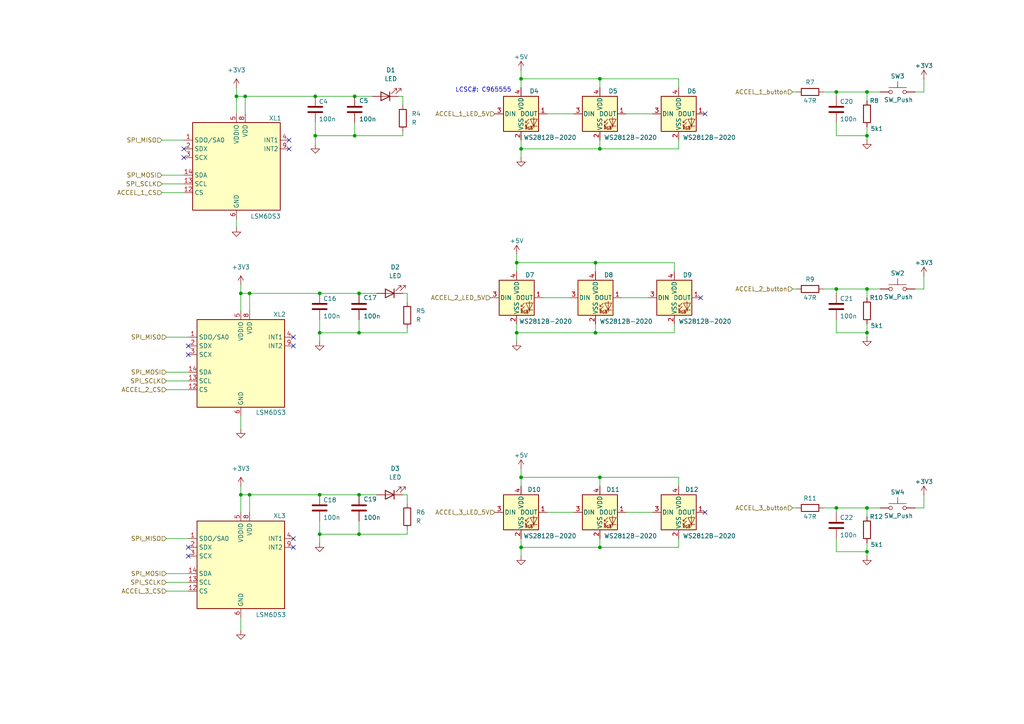
<source format=kicad_sch>
(kicad_sch (version 20231120) (generator "eeschema") (generator_version "8.0")
  (paper "A4")
  (lib_symbols
    (symbol "Device:C" (pin_numbers hide) (pin_names (offset 0.254))
      (property "Reference" "C" (at 0.635 2.54 0))
      (property "Value" "C" (at 0.635 -2.54 0))
      (symbol "C_0_1"
        (polyline (pts (xy -2.032 -0.762) (xy 2.032 -0.762)) (stroke (width 0.508)))
        (polyline (pts (xy -2.032 0.762) (xy 2.032 0.762)) (stroke (width 0.508)))
      )
      (symbol "C_1_1"
        (pin passive line (at 0 3.81 270) (length 2.794) (name "~") (number "1"))
        (pin passive line (at 0 -3.81 90) (length 2.794) (name "~") (number "2"))
      )
    )
    (symbol "Device:LED" (pin_numbers hide) (pin_names (offset 1.016) hide)
      (property "Reference" "D" (at 0 2.54 0))
      (property "Value" "LED" (at 0 -2.54 0))
      (symbol "LED_0_1"
        (polyline (pts (xy -1.27 -1.27) (xy -1.27 1.27)) (stroke (width 0.254)))
        (polyline (pts (xy -1.27 0) (xy 1.27 0)))
        (polyline (pts (xy 1.27 -1.27) (xy 1.27 1.27) (xy -1.27 0) (xy 1.27 -1.27)) (stroke (width 0.254)))
        (polyline (pts (xy -3.048 -0.762) (xy -4.572 -2.286) (xy -3.81 -2.286) (xy -4.572 -2.286) (xy -4.572 -1.524)))
        (polyline (pts (xy -1.778 -0.762) (xy -3.302 -2.286) (xy -2.54 -2.286) (xy -3.302 -2.286) (xy -3.302 -1.524)))
      )
      (symbol "LED_1_1"
        (pin passive line (at -3.81 0 0) (length 2.54) (name "K") (number "1"))
        (pin passive line (at 3.81 0 180) (length 2.54) (name "A") (number "2"))
      )
    )
    (symbol "Device:R" (pin_numbers hide) (pin_names (offset 0))
      (property "Reference" "R" (at 2.032 0 90))
      (property "Value" "R" (at 0 0 90))
      (symbol "R_0_1"
        (rectangle (start -1.016 -2.54) (end 1.016 2.54) (stroke (width 0.254)))
      )
      (symbol "R_1_1"
        (pin passive line (at 0 3.81 270) (length 1.27) (name "~") (number "1"))
        (pin passive line (at 0 -3.81 90) (length 1.27) (name "~") (number "2"))
      )
    )
    (symbol "LED:WS2812B-2020" (pin_names (offset 0.254))
      (property "Reference" "D" (at 5.08 5.715 0))
      (property "Value" "WS2812B-2020" (at 1.27 -5.715 0))
      (symbol "WS2812B-2020_0_0"
        (text "RGB" (at 2.286 -4.191 0) (effects (font (size 0.762 0.762))))
      )
      (symbol "WS2812B-2020_0_1"
        (polyline (pts (xy 1.27 -3.556) (xy 1.778 -3.556)))
        (polyline (pts (xy 1.27 -2.54) (xy 1.778 -2.54)))
        (polyline (pts (xy 4.699 -3.556) (xy 2.667 -3.556)))
        (polyline (pts (xy 2.286 -2.54) (xy 1.27 -3.556) (xy 1.27 -3.048)))
        (polyline (pts (xy 2.286 -1.524) (xy 1.27 -2.54) (xy 1.27 -2.032)))
        (polyline (pts (xy 3.683 -1.016) (xy 3.683 -3.556) (xy 3.683 -4.064)))
        (polyline (pts (xy 4.699 -1.524) (xy 2.667 -1.524) (xy 3.683 -3.556) (xy 4.699 -1.524)))
        (rectangle (start 5.08 5.08) (end -5.08 -5.08) (stroke (width 0.254)) (fill (type background)))
      )
      (symbol "WS2812B-2020_1_1"
        (pin output line (at 7.62 0 180) (length 2.54) (name "DOUT") (number "1"))
        (pin power_in line (at 0 -7.62 90) (length 2.54) (name "VSS") (number "2"))
        (pin input line (at -7.62 0 0) (length 2.54) (name "DIN") (number "3"))
        (pin power_in line (at 0 7.62 270) (length 2.54) (name "VDD") (number "4"))
      )
    )
    (symbol "Sensor_Motion:LSM6DS3"
      (property "Reference" "U" (at -11.43 15.24 0))
      (property "Value" "LSM6DS3" (at -11.43 12.7 0))
      (symbol "LSM6DS3_0_1"
        (rectangle (start -12.7 12.7) (end 12.7 -12.7) (stroke (width 0.254)) (fill (type background)))
      )
      (symbol "LSM6DS3_1_1"
        (pin bidirectional line (at -15.24 7.62 0) (length 2.54) (name "SDO/SA0") (number "1"))
        (pin no_connect line (at 12.7 -5.08 180) (length 3.81) hide (name "NC") (number "10"))
        (pin no_connect line (at 12.7 -2.54 180) (length 3.81) hide (name "NC") (number "11"))
        (pin input line (at -15.24 -7.62 0) (length 2.54) (name "CS") (number "12"))
        (pin input line (at -15.24 -5.08 0) (length 2.54) (name "SCL") (number "13"))
        (pin bidirectional line (at -15.24 -2.54 0) (length 2.54) (name "SDA") (number "14"))
        (pin bidirectional line (at -15.24 5.08 0) (length 2.54) (name "SDX") (number "2"))
        (pin input line (at -15.24 2.54 0) (length 2.54) (name "SCX") (number "3"))
        (pin output line (at 15.24 7.62 180) (length 2.54) (name "INT1") (number "4"))
        (pin power_in line (at 0 15.24 270) (length 2.54) (name "VDDIO") (number "5"))
        (pin power_in line (at 0 -15.24 90) (length 2.54) (name "GND") (number "6"))
        (pin passive line (at 0 -15.24 90) (length 2.54) hide (name "GND") (number "7"))
        (pin power_in line (at 2.54 15.24 270) (length 2.54) (name "VDD") (number "8"))
        (pin output line (at 15.24 5.08 180) (length 2.54) (name "INT2") (number "9"))
      )
    )
    (symbol "Switch:SW_Push" (pin_numbers hide) (pin_names (offset 1.016) hide)
      (property "Reference" "SW" (at 1.27 2.54 0))
      (property "Value" "SW_Push" (at 0 -1.524 0))
      (symbol "SW_Push_0_1"
        (circle (center -2.032 0) (radius 0.508))
        (polyline (pts (xy 0 1.27) (xy 0 3.048)))
        (polyline (pts (xy 2.54 1.27) (xy -2.54 1.27)))
        (circle (center 2.032 0) (radius 0.508))
        (pin passive line (at -5.08 0 0) (length 2.54) (name "1") (number "1"))
        (pin passive line (at 5.08 0 180) (length 2.54) (name "2") (number "2"))
      )
    )
    (symbol "power:+3V3" (power) (pin_numbers hide) (pin_names (offset 0) hide)
      (property "Value" "+3V3" (at 0 3.556 0))
      (symbol "+3V3_0_1"
        (polyline (pts (xy -0.762 1.27) (xy 0 2.54)))
        (polyline (pts (xy 0 0) (xy 0 2.54)))
        (polyline (pts (xy 0 2.54) (xy 0.762 1.27)))
      )
      (symbol "+3V3_1_1"
        (pin power_in line (at 0 0 90) (length 0) (name "~") (number "1"))
      )
    )
    (symbol "power:+5V" (power) (pin_numbers hide) (pin_names (offset 0) hide)
      (property "Value" "+5V" (at 0 3.556 0))
      (symbol "+5V_0_1"
        (polyline (pts (xy -0.762 1.27) (xy 0 2.54)))
        (polyline (pts (xy 0 0) (xy 0 2.54)))
        (polyline (pts (xy 0 2.54) (xy 0.762 1.27)))
      )
      (symbol "+5V_1_1"
        (pin power_in line (at 0 0 90) (length 0) (name "~") (number "1"))
      )
    )
    (symbol "power:GND" (power) (pin_numbers hide) (pin_names (offset 0) hide)
      (property "Value" "GND" (at 0 -3.81 0))
      (symbol "GND_0_1"
        (polyline (pts (xy 0 0) (xy 0 -1.27) (xy 1.27 -1.27) (xy 0 -2.54) (xy -1.27 -1.27) (xy 0 -1.27)))
      )
      (symbol "GND_1_1"
        (pin power_in line (at 0 0 270) (length 0) (name "~") (number "1"))
      )
    )
  )
  (junction (at 104.14 143.51))
  (junction (at 173.99 43.18))
  (junction (at 149.86 96.52))
  (junction (at 251.46 147.32))
  (junction (at 242.57 147.32))
  (junction (at 172.72 76.2))
  (junction (at 251.46 26.67))
  (junction (at 242.57 26.67))
  (junction (at 71.12 27.94))
  (junction (at 92.71 154.94))
  (junction (at 251.46 160.02))
  (junction (at 173.99 138.43))
  (junction (at 69.85 143.51))
  (junction (at 251.46 83.82))
  (junction (at 151.13 138.43))
  (junction (at 173.99 158.75))
  (junction (at 151.13 43.18))
  (junction (at 251.46 96.52))
  (junction (at 104.14 96.52))
  (junction (at 172.72 96.52))
  (junction (at 68.58 27.94))
  (junction (at 91.44 27.94))
  (junction (at 173.99 22.86))
  (junction (at 92.71 143.51))
  (junction (at 91.44 39.37))
  (junction (at 72.39 85.09))
  (junction (at 149.86 76.2))
  (junction (at 72.39 143.51))
  (junction (at 151.13 158.75))
  (junction (at 102.87 27.94))
  (junction (at 92.71 96.52))
  (junction (at 104.14 154.94))
  (junction (at 242.57 83.82))
  (junction (at 251.46 39.37))
  (junction (at 151.13 22.86))
  (junction (at 102.87 39.37))
  (junction (at 92.71 85.09))
  (junction (at 69.85 85.09))
  (junction (at 104.14 85.09))
  (no_connect (at 83.82 43.18))
  (no_connect (at 203.2 86.36))
  (no_connect (at 53.34 45.72))
  (no_connect (at 54.61 102.87))
  (no_connect (at 53.34 43.18))
  (no_connect (at 54.61 158.75))
  (no_connect (at 204.47 148.59))
  (no_connect (at 85.09 100.33))
  (no_connect (at 85.09 97.79))
  (no_connect (at 54.61 100.33))
  (no_connect (at 85.09 156.21))
  (no_connect (at 83.82 40.64))
  (no_connect (at 85.09 158.75))
  (no_connect (at 54.61 161.29))
  (no_connect (at 204.47 33.02))
  (wire (pts (xy 196.85 138.43) (xy 196.85 140.97)))
  (wire (pts (xy 242.57 147.32) (xy 251.46 147.32)))
  (wire (pts (xy 46.99 50.8) (xy 53.34 50.8)))
  (wire (pts (xy 172.72 76.2) (xy 195.58 76.2)))
  (wire (pts (xy 229.87 26.67) (xy 231.14 26.67)))
  (wire (pts (xy 157.48 86.36) (xy 165.1 86.36)))
  (wire (pts (xy 151.13 40.64) (xy 151.13 43.18)))
  (wire (pts (xy 151.13 45.72) (xy 151.13 43.18)))
  (wire (pts (xy 251.46 96.52) (xy 251.46 93.98)))
  (wire (pts (xy 102.87 27.94) (xy 107.95 27.94)))
  (wire (pts (xy 151.13 43.18) (xy 173.99 43.18)))
  (wire (pts (xy 251.46 26.67) (xy 255.27 26.67)))
  (wire (pts (xy 251.46 39.37) (xy 251.46 36.83)))
  (wire (pts (xy 149.86 93.98) (xy 149.86 96.52)))
  (wire (pts (xy 48.26 113.03) (xy 54.61 113.03)))
  (wire (pts (xy 251.46 29.21) (xy 251.46 26.67)))
  (wire (pts (xy 267.97 22.86) (xy 267.97 26.67)))
  (wire (pts (xy 72.39 143.51) (xy 72.39 148.59)))
  (wire (pts (xy 91.44 27.94) (xy 102.87 27.94)))
  (wire (pts (xy 115.57 27.94) (xy 116.84 27.94)))
  (wire (pts (xy 229.87 83.82) (xy 231.14 83.82)))
  (wire (pts (xy 69.85 182.88) (xy 69.85 179.07)))
  (wire (pts (xy 104.14 151.13) (xy 104.14 154.94)))
  (wire (pts (xy 251.46 86.36) (xy 251.46 83.82)))
  (wire (pts (xy 229.87 147.32) (xy 231.14 147.32)))
  (wire (pts (xy 195.58 76.2) (xy 195.58 78.74)))
  (wire (pts (xy 151.13 156.21) (xy 151.13 158.75)))
  (wire (pts (xy 118.11 143.51) (xy 118.11 146.05)))
  (wire (pts (xy 151.13 135.89) (xy 151.13 138.43)))
  (wire (pts (xy 118.11 96.52) (xy 104.14 96.52)))
  (wire (pts (xy 172.72 76.2) (xy 172.72 78.74)))
  (wire (pts (xy 238.76 147.32) (xy 242.57 147.32)))
  (wire (pts (xy 68.58 25.4) (xy 68.58 27.94)))
  (wire (pts (xy 72.39 85.09) (xy 92.71 85.09)))
  (wire (pts (xy 149.86 73.66) (xy 149.86 76.2)))
  (wire (pts (xy 69.85 85.09) (xy 72.39 85.09)))
  (wire (pts (xy 267.97 26.67) (xy 265.43 26.67)))
  (wire (pts (xy 92.71 143.51) (xy 104.14 143.51)))
  (wire (pts (xy 173.99 138.43) (xy 196.85 138.43)))
  (wire (pts (xy 195.58 93.98) (xy 195.58 96.52)))
  (wire (pts (xy 116.84 143.51) (xy 118.11 143.51)))
  (wire (pts (xy 116.84 85.09) (xy 118.11 85.09)))
  (wire (pts (xy 151.13 20.32) (xy 151.13 22.86)))
  (wire (pts (xy 116.84 38.1) (xy 116.84 39.37)))
  (wire (pts (xy 72.39 143.51) (xy 92.71 143.51)))
  (wire (pts (xy 242.57 26.67) (xy 242.57 27.94)))
  (wire (pts (xy 92.71 151.13) (xy 92.71 154.94)))
  (wire (pts (xy 69.85 140.97) (xy 69.85 143.51)))
  (wire (pts (xy 158.75 33.02) (xy 166.37 33.02)))
  (wire (pts (xy 46.99 40.64) (xy 53.34 40.64)))
  (wire (pts (xy 267.97 83.82) (xy 265.43 83.82)))
  (wire (pts (xy 102.87 35.56) (xy 102.87 39.37)))
  (wire (pts (xy 46.99 55.88) (xy 53.34 55.88)))
  (wire (pts (xy 242.57 156.21) (xy 242.57 160.02)))
  (wire (pts (xy 92.71 157.48) (xy 92.71 154.94)))
  (wire (pts (xy 48.26 110.49) (xy 54.61 110.49)))
  (wire (pts (xy 48.26 107.95) (xy 54.61 107.95)))
  (wire (pts (xy 251.46 40.64) (xy 251.46 39.37)))
  (wire (pts (xy 251.46 147.32) (xy 255.27 147.32)))
  (wire (pts (xy 151.13 25.4) (xy 151.13 22.86)))
  (wire (pts (xy 151.13 22.86) (xy 173.99 22.86)))
  (wire (pts (xy 116.84 27.94) (xy 116.84 30.48)))
  (wire (pts (xy 68.58 27.94) (xy 71.12 27.94)))
  (wire (pts (xy 69.85 143.51) (xy 72.39 143.51)))
  (wire (pts (xy 151.13 138.43) (xy 173.99 138.43)))
  (wire (pts (xy 48.26 97.79) (xy 54.61 97.79)))
  (wire (pts (xy 242.57 35.56) (xy 242.57 39.37)))
  (wire (pts (xy 68.58 27.94) (xy 68.58 33.02)))
  (wire (pts (xy 242.57 83.82) (xy 251.46 83.82)))
  (wire (pts (xy 238.76 83.82) (xy 242.57 83.82)))
  (wire (pts (xy 173.99 22.86) (xy 196.85 22.86)))
  (wire (pts (xy 196.85 156.21) (xy 196.85 158.75)))
  (wire (pts (xy 173.99 22.86) (xy 173.99 25.4)))
  (wire (pts (xy 267.97 147.32) (xy 265.43 147.32)))
  (wire (pts (xy 172.72 96.52) (xy 195.58 96.52)))
  (wire (pts (xy 69.85 143.51) (xy 69.85 148.59)))
  (wire (pts (xy 72.39 85.09) (xy 72.39 90.17)))
  (wire (pts (xy 118.11 85.09) (xy 118.11 87.63)))
  (wire (pts (xy 149.86 76.2) (xy 172.72 76.2)))
  (wire (pts (xy 242.57 92.71) (xy 242.57 96.52)))
  (wire (pts (xy 181.61 33.02) (xy 189.23 33.02)))
  (wire (pts (xy 104.14 92.71) (xy 104.14 96.52)))
  (wire (pts (xy 68.58 66.04) (xy 68.58 63.5)))
  (wire (pts (xy 242.57 39.37) (xy 251.46 39.37)))
  (wire (pts (xy 46.99 53.34) (xy 53.34 53.34)))
  (wire (pts (xy 92.71 96.52) (xy 104.14 96.52)))
  (wire (pts (xy 151.13 158.75) (xy 173.99 158.75)))
  (wire (pts (xy 92.71 154.94) (xy 104.14 154.94)))
  (wire (pts (xy 158.75 148.59) (xy 166.37 148.59)))
  (wire (pts (xy 92.71 85.09) (xy 104.14 85.09)))
  (wire (pts (xy 118.11 95.25) (xy 118.11 96.52)))
  (wire (pts (xy 102.87 39.37) (xy 116.84 39.37)))
  (wire (pts (xy 251.46 83.82) (xy 255.27 83.82)))
  (wire (pts (xy 48.26 156.21) (xy 54.61 156.21)))
  (wire (pts (xy 69.85 85.09) (xy 69.85 90.17)))
  (wire (pts (xy 196.85 22.86) (xy 196.85 25.4)))
  (wire (pts (xy 251.46 97.79) (xy 251.46 96.52)))
  (wire (pts (xy 71.12 27.94) (xy 71.12 33.02)))
  (wire (pts (xy 242.57 83.82) (xy 242.57 85.09)))
  (wire (pts (xy 151.13 161.29) (xy 151.13 158.75)))
  (wire (pts (xy 238.76 26.67) (xy 242.57 26.67)))
  (wire (pts (xy 151.13 140.97) (xy 151.13 138.43)))
  (wire (pts (xy 180.34 86.36) (xy 187.96 86.36)))
  (wire (pts (xy 91.44 41.91) (xy 91.44 39.37)))
  (wire (pts (xy 242.57 147.32) (xy 242.57 148.59)))
  (wire (pts (xy 172.72 93.98) (xy 172.72 96.52)))
  (wire (pts (xy 251.46 161.29) (xy 251.46 160.02)))
  (wire (pts (xy 242.57 26.67) (xy 251.46 26.67)))
  (wire (pts (xy 181.61 148.59) (xy 189.23 148.59)))
  (wire (pts (xy 91.44 39.37) (xy 102.87 39.37)))
  (wire (pts (xy 149.86 78.74) (xy 149.86 76.2)))
  (wire (pts (xy 267.97 80.01) (xy 267.97 83.82)))
  (wire (pts (xy 251.46 160.02) (xy 251.46 157.48)))
  (wire (pts (xy 196.85 40.64) (xy 196.85 43.18)))
  (wire (pts (xy 104.14 85.09) (xy 109.22 85.09)))
  (wire (pts (xy 118.11 154.94) (xy 104.14 154.94)))
  (wire (pts (xy 242.57 160.02) (xy 251.46 160.02)))
  (wire (pts (xy 251.46 149.86) (xy 251.46 147.32)))
  (wire (pts (xy 69.85 82.55) (xy 69.85 85.09)))
  (wire (pts (xy 173.99 40.64) (xy 173.99 43.18)))
  (wire (pts (xy 91.44 35.56) (xy 91.44 39.37)))
  (wire (pts (xy 173.99 156.21) (xy 173.99 158.75)))
  (wire (pts (xy 69.85 124.46) (xy 69.85 120.65)))
  (wire (pts (xy 48.26 166.37) (xy 54.61 166.37)))
  (wire (pts (xy 173.99 158.75) (xy 196.85 158.75)))
  (wire (pts (xy 92.71 92.71) (xy 92.71 96.52)))
  (wire (pts (xy 48.26 171.45) (xy 54.61 171.45)))
  (wire (pts (xy 173.99 138.43) (xy 173.99 140.97)))
  (wire (pts (xy 118.11 153.67) (xy 118.11 154.94)))
  (wire (pts (xy 173.99 43.18) (xy 196.85 43.18)))
  (wire (pts (xy 71.12 27.94) (xy 91.44 27.94)))
  (wire (pts (xy 104.14 143.51) (xy 109.22 143.51)))
  (wire (pts (xy 242.57 96.52) (xy 251.46 96.52)))
  (wire (pts (xy 48.26 168.91) (xy 54.61 168.91)))
  (wire (pts (xy 92.71 99.06) (xy 92.71 96.52)))
  (wire (pts (xy 149.86 96.52) (xy 172.72 96.52)))
  (wire (pts (xy 267.97 143.51) (xy 267.97 147.32)))
  (wire (pts (xy 149.86 99.06) (xy 149.86 96.52)))
  (text "LCSC#: C965555" (at 140.208 26.162 0) (effects (font (size 1.27 1.27))))
  (hierarchical_label "ACCEL_3_LED_5V" (shape input) (at 143.51 148.59 180))
  (hierarchical_label "ACCEL_1_LED_5V" (shape input) (at 143.51 33.02 180))
  (hierarchical_label "SPI_MOSI" (shape input) (at 46.99 50.8 180))
  (hierarchical_label "SPI_MOSI" (shape input) (at 48.26 107.95 180))
  (hierarchical_label "SPI_MOSI" (shape input) (at 48.26 166.37 180))
  (hierarchical_label "SPI_SCLK" (shape input) (at 48.26 168.91 180))
  (hierarchical_label "ACCEL_2_CS" (shape input) (at 48.26 113.03 180))
  (hierarchical_label "ACCEL_2_LED_5V" (shape input) (at 142.24 86.36 180))
  (hierarchical_label "SPI_MISO" (shape input) (at 48.26 156.21 180))
  (hierarchical_label "ACCEL_2_button" (shape input) (at 229.87 83.82 180))
  (hierarchical_label "SPI_SCLK" (shape input) (at 48.26 110.49 180))
  (hierarchical_label "SPI_SCLK" (shape input) (at 46.99 53.34 180))
  (hierarchical_label "ACCEL_1_CS" (shape input) (at 46.99 55.88 180))
  (hierarchical_label "ACCEL_3_button" (shape input) (at 229.87 147.32 180))
  (hierarchical_label "ACCEL_3_CS" (shape input) (at 48.26 171.45 180))
  (hierarchical_label "SPI_MISO" (shape input) (at 48.26 97.79 180))
  (hierarchical_label "ACCEL_1_button" (shape input) (at 229.87 26.67 180))
  (hierarchical_label "SPI_MISO" (shape input) (at 46.99 40.64 180))
  (symbol (lib_id "Device:LED") (at 113.03 143.51 180) (unit 1)
    (property "Reference" "D3" (at 114.6175 135.89 0))
    (property "Value" "LED" (at 114.6175 138.43 0))
    (property "Description" "Light emitting diode" (effects (hide yes)))
  )
  (symbol (lib_id "power:GND") (at 92.71 157.48 0) (unit 1)
    (property "Reference" "#PWR022" (effects (hide yes)))
    (property "Value" "GND" (effects (hide yes)))
    (property "Description" "Power symbol creates a global label with name \"GND\" , ground" (effects (hide yes)))
  )
  (symbol (lib_id "power:+3V3") (at 267.97 143.51 0) (unit 1)
    (property "Reference" "#PWR036" (effects (hide yes)))
    (property "Value" "+3V3" (at 267.97 139.7 0))
    (property "Description" "Power symbol creates a global label with name \"+3V3\"" (effects (hide yes)))
  )
  (symbol (lib_id "Device:R") (at 116.84 34.29 0) (unit 1)
    (property "Reference" "R4" (at 119.38 33.0199 0) (effects (justify left)))
    (property "Value" "R" (at 119.38 35.5599 0) (effects (justify left)))
    (property "Description" "Resistor" (effects (hide yes)))
  )
  (symbol (lib_id "power:GND") (at 151.13 161.29 0) (unit 1)
    (property "Reference" "#PWR030" (effects (hide yes)))
    (property "Value" "GND" (effects (hide yes)))
    (property "Description" "Power symbol creates a global label with name \"GND\" , ground" (effects (hide yes)))
  )
  (symbol (lib_id "Sensor_Motion:LSM6DS3") (at 69.85 163.83 0) (unit 1)
    (property "Reference" "XL3" (at 79.248 149.606 0) (effects (justify left)))
    (property "Value" "LSM6DS3" (at 74.168 178.308 0) (effects (justify left)))
    (property "Footprint" "Package_LGA:LGA-14_3x2.5mm_P0.5mm_LayoutBorder3x4y" (effects (hide yes)))
    (property "Datasheet" "https://www.st.com/resource/en/datasheet/lsm6ds3tr-c.pdf" (effects (hide yes)))
    (property "Description" "I2C/SPI, iNEMO inertial module: always-on 3D accelerometer and 3D gyroscope" (effects (hide yes)))
  )
  (symbol (lib_id "power:+3V3") (at 267.97 22.86 0) (unit 1)
    (property "Reference" "#PWR033" (effects (hide yes)))
    (property "Value" "+3V3" (at 267.97 19.05 0))
    (property "Description" "Power symbol creates a global label with name \"+3V3\"" (effects (hide yes)))
  )
  (symbol (lib_id "Device:LED") (at 113.03 85.09 180) (unit 1)
    (property "Reference" "D2" (at 114.6175 77.47 0))
    (property "Value" "LED" (at 114.6175 80.01 0))
    (property "Description" "Light emitting diode" (effects (hide yes)))
  )
  (symbol (lib_id "Device:LED") (at 111.76 27.94 180) (unit 1)
    (property "Reference" "D1" (at 113.3475 20.32 0))
    (property "Value" "LED" (at 113.3475 22.86 0))
    (property "Description" "Light emitting diode" (effects (hide yes)))
  )
  (symbol (lib_id "Sensor_Motion:LSM6DS3") (at 68.58 48.26 0) (unit 1)
    (property "Reference" "XL1" (at 77.978 34.29 0) (effects (justify left)))
    (property "Value" "LSM6DS3" (at 72.644 62.738 0) (effects (justify left)))
    (property "Footprint" "Package_LGA:LGA-14_3x2.5mm_P0.5mm_LayoutBorder3x4y" (effects (hide yes)))
    (property "Datasheet" "https://www.st.com/resource/en/datasheet/lsm6ds3tr-c.pdf" (effects (hide yes)))
    (property "Description" "I2C/SPI, iNEMO inertial module: always-on 3D accelerometer and 3D gyroscope" (effects (hide yes)))
  )
  (symbol (lib_id "power:GND") (at 251.46 40.64 0) (unit 1)
    (property "Reference" "#PWR034" (effects (hide yes)))
    (property "Value" "GND" (effects (hide yes)))
    (property "Description" "Power symbol creates a global label with name \"GND\" , ground" (effects (hide yes)))
  )
  (symbol (lib_id "LED:WS2812B-2020") (at 195.58 86.36 0) (unit 1)
    (property "Reference" "D9" (at 199.39 79.756 0))
    (property "Value" "WS2812B-2020" (at 204.47 93.218 0))
    (property "Footprint" "LED_SMD:LED_WS2812B-2020_PLCC4_2.0x2.0mm" (effects (hide yes)))
    (property "Datasheet" "https://cdn-shop.adafruit.com/product-files/4684/4684_WS2812B-2020_V1.3_EN.pdf" (effects (hide yes)))
    (property "Description" "RGB LED with integrated controller, 2.0 x 2.0 mm, 12 mA" (effects (hide yes)))
  )
  (symbol (lib_id "Device:R") (at 251.46 33.02 0) (unit 1)
    (property "Reference" "R8" (at 252.222 29.21 0) (effects (justify left)))
    (property "Value" "5k1" (at 252.476 37.338 0) (effects (justify left)))
    (property "Description" "Resistor" (effects (hide yes)))
  )
  (symbol (lib_id "Switch:SW_Push") (at 260.35 83.82 0) (unit 1)
    (property "Reference" "SW2" (at 260.35 79.248 0))
    (property "Value" "SW_Push" (at 260.604 86.106 0))
    (property "Description" "Push button switch, generic, two pins" (effects (hide yes)))
  )
  (symbol (lib_id "power:GND") (at 69.85 124.46 0) (unit 1)
    (property "Reference" "#PWR023" (effects (hide yes)))
    (property "Value" "GND" (effects (hide yes)))
    (property "Description" "Power symbol creates a global label with name \"GND\" , ground" (effects (hide yes)))
  )
  (symbol (lib_id "LED:WS2812B-2020") (at 172.72 86.36 0) (unit 1)
    (property "Reference" "D8" (at 176.53 79.756 0))
    (property "Value" "WS2812B-2020" (at 181.61 93.218 0))
    (property "Footprint" "LED_SMD:LED_WS2812B-2020_PLCC4_2.0x2.0mm" (effects (hide yes)))
    (property "Datasheet" "https://cdn-shop.adafruit.com/product-files/4684/4684_WS2812B-2020_V1.3_EN.pdf" (effects (hide yes)))
    (property "Description" "RGB LED with integrated controller, 2.0 x 2.0 mm, 12 mA" (effects (hide yes)))
  )
  (symbol (lib_id "LED:WS2812B-2020") (at 173.99 148.59 0) (unit 1)
    (property "Reference" "D11" (at 177.8 141.986 0))
    (property "Value" "WS2812B-2020" (at 182.88 155.448 0))
    (property "Footprint" "LED_SMD:LED_WS2812B-2020_PLCC4_2.0x2.0mm" (effects (hide yes)))
    (property "Datasheet" "https://cdn-shop.adafruit.com/product-files/4684/4684_WS2812B-2020_V1.3_EN.pdf" (effects (hide yes)))
    (property "Description" "RGB LED with integrated controller, 2.0 x 2.0 mm, 12 mA" (effects (hide yes)))
  )
  (symbol (lib_id "power:+5V") (at 149.86 73.66 0) (unit 1)
    (property "Reference" "#PWR027" (effects (hide yes)))
    (property "Value" "+5V" (at 149.86 69.85 0))
    (property "Description" "Power symbol creates a global label with name \"+5V\"" (effects (hide yes)))
  )
  (symbol (lib_id "power:GND") (at 68.58 66.04 0) (unit 1)
    (property "Reference" "#PWR011" (effects (hide yes)))
    (property "Value" "GND" (effects (hide yes)))
    (property "Description" "Power symbol creates a global label with name \"GND\" , ground" (effects (hide yes)))
  )
  (symbol (lib_id "LED:WS2812B-2020") (at 149.86 86.36 0) (unit 1)
    (property "Reference" "D7" (at 153.67 79.756 0))
    (property "Value" "WS2812B-2020" (at 158.242 93.218 0))
    (property "Footprint" "LED_SMD:LED_WS2812B-2020_PLCC4_2.0x2.0mm" (effects (hide yes)))
    (property "Datasheet" "https://cdn-shop.adafruit.com/product-files/4684/4684_WS2812B-2020_V1.3_EN.pdf" (effects (hide yes)))
    (property "Description" "RGB LED with integrated controller, 2.0 x 2.0 mm, 12 mA" (effects (hide yes)))
  )
  (symbol (lib_id "LED:WS2812B-2020") (at 196.85 148.59 0) (unit 1)
    (property "Reference" "D12" (at 200.66 141.986 0))
    (property "Value" "WS2812B-2020" (at 205.74 155.448 0))
    (property "Footprint" "LED_SMD:LED_WS2812B-2020_PLCC4_2.0x2.0mm" (effects (hide yes)))
    (property "Datasheet" "https://cdn-shop.adafruit.com/product-files/4684/4684_WS2812B-2020_V1.3_EN.pdf" (effects (hide yes)))
    (property "Description" "RGB LED with integrated controller, 2.0 x 2.0 mm, 12 mA" (effects (hide yes)))
  )
  (symbol (lib_id "Device:R") (at 118.11 91.44 0) (unit 1)
    (property "Reference" "R5" (at 120.65 90.1699 0) (effects (justify left)))
    (property "Value" "R" (at 120.65 92.7099 0) (effects (justify left)))
    (property "Description" "Resistor" (effects (hide yes)))
  )
  (symbol (lib_id "power:GND") (at 251.46 161.29 0) (unit 1)
    (property "Reference" "#PWR035" (effects (hide yes)))
    (property "Value" "GND" (effects (hide yes)))
    (property "Description" "Power symbol creates a global label with name \"GND\" , ground" (effects (hide yes)))
  )
  (symbol (lib_id "Sensor_Motion:LSM6DS3") (at 69.85 105.41 0) (unit 1)
    (property "Reference" "XL2" (at 79.248 91.186 0) (effects (justify left)))
    (property "Value" "LSM6DS3" (at 74.168 119.634 0) (effects (justify left)))
    (property "Footprint" "Package_LGA:LGA-14_3x2.5mm_P0.5mm_LayoutBorder3x4y" (effects (hide yes)))
    (property "Datasheet" "https://www.st.com/resource/en/datasheet/lsm6ds3tr-c.pdf" (effects (hide yes)))
    (property "Description" "I2C/SPI, iNEMO inertial module: always-on 3D accelerometer and 3D gyroscope" (effects (hide yes)))
  )
  (symbol (lib_id "power:+3V3") (at 69.85 82.55 0) (unit 1)
    (property "Reference" "#PWR019" (effects (hide yes)))
    (property "Value" "+3V3" (at 69.85 77.47 0))
    (property "Description" "Power symbol creates a global label with name \"+3V3\"" (effects (hide yes)))
  )
  (symbol (lib_id "LED:WS2812B-2020") (at 151.13 33.02 0) (unit 1)
    (property "Reference" "D4" (at 154.94 26.416 0))
    (property "Value" "WS2812B-2020" (at 159.512 39.878 0))
    (property "Footprint" "LED_SMD:LED_WS2812B-2020_PLCC4_2.0x2.0mm" (effects (hide yes)))
    (property "Datasheet" "https://cdn-shop.adafruit.com/product-files/4684/4684_WS2812B-2020_V1.3_EN.pdf" (effects (hide yes)))
    (property "Description" "RGB LED with integrated controller, 2.0 x 2.0 mm, 12 mA" (effects (hide yes)))
  )
  (symbol (lib_id "Device:C") (at 104.14 147.32 0) (unit 1)
    (property "Reference" "C19" (at 105.41 144.78 0) (effects (justify left)))
    (property "Value" "100n" (at 105.41 150.114 0) (effects (justify left)))
    (property "Description" "Unpolarized capacitor" (effects (hide yes)))
  )
  (symbol (lib_id "power:GND") (at 151.13 45.72 0) (unit 1)
    (property "Reference" "#PWR026" (effects (hide yes)))
    (property "Value" "GND" (effects (hide yes)))
    (property "Description" "Power symbol creates a global label with name \"GND\" , ground" (effects (hide yes)))
  )
  (symbol (lib_id "LED:WS2812B-2020") (at 173.99 33.02 0) (unit 1)
    (property "Reference" "D5" (at 177.8 26.416 0))
    (property "Value" "WS2812B-2020" (at 182.88 39.878 0))
    (property "Footprint" "LED_SMD:LED_WS2812B-2020_PLCC4_2.0x2.0mm" (effects (hide yes)))
    (property "Datasheet" "https://cdn-shop.adafruit.com/product-files/4684/4684_WS2812B-2020_V1.3_EN.pdf" (effects (hide yes)))
    (property "Description" "RGB LED with integrated controller, 2.0 x 2.0 mm, 12 mA" (effects (hide yes)))
  )
  (symbol (lib_id "power:GND") (at 251.46 97.79 0) (unit 1)
    (property "Reference" "#PWR031" (effects (hide yes)))
    (property "Value" "GND" (effects (hide yes)))
    (property "Description" "Power symbol creates a global label with name \"GND\" , ground" (effects (hide yes)))
  )
  (symbol (lib_id "power:+3V3") (at 69.85 140.97 0) (unit 1)
    (property "Reference" "#PWR021" (effects (hide yes)))
    (property "Value" "+3V3" (at 69.85 135.89 0))
    (property "Description" "Power symbol creates a global label with name \"+3V3\"" (effects (hide yes)))
  )
  (symbol (lib_id "Device:C") (at 92.71 147.32 0) (unit 1)
    (property "Reference" "C18" (at 93.726 145.034 0) (effects (justify left)))
    (property "Value" "100n" (at 93.726 150.114 0) (effects (justify left)))
    (property "Description" "Unpolarized capacitor" (effects (hide yes)))
  )
  (symbol (lib_id "Device:C") (at 91.44 31.75 0) (unit 1)
    (property "Reference" "C4" (at 92.456 29.464 0) (effects (justify left)))
    (property "Value" "100n" (at 92.456 34.544 0) (effects (justify left)))
    (property "Description" "Unpolarized capacitor" (effects (hide yes)))
  )
  (symbol (lib_id "Device:C") (at 242.57 31.75 0) (unit 1)
    (property "Reference" "C20" (at 243.586 29.464 0) (effects (justify left)))
    (property "Value" "100n" (at 243.586 34.544 0) (effects (justify left)))
    (property "Description" "Unpolarized capacitor" (effects (hide yes)))
  )
  (symbol (lib_id "Device:C") (at 104.14 88.9 0) (unit 1)
    (property "Reference" "C17" (at 105.41 86.36 0) (effects (justify left)))
    (property "Value" "100n" (at 105.41 91.694 0) (effects (justify left)))
    (property "Description" "Unpolarized capacitor" (effects (hide yes)))
  )
  (symbol (lib_id "power:GND") (at 92.71 99.06 0) (unit 1)
    (property "Reference" "#PWR020" (effects (hide yes)))
    (property "Value" "GND" (effects (hide yes)))
    (property "Description" "Power symbol creates a global label with name \"GND\" , ground" (effects (hide yes)))
  )
  (symbol (lib_id "power:+3V3") (at 68.58 25.4 0) (unit 1)
    (property "Reference" "#PWR017" (effects (hide yes)))
    (property "Value" "+3V3" (at 68.58 20.32 0))
    (property "Description" "Power symbol creates a global label with name \"+3V3\"" (effects (hide yes)))
  )
  (symbol (lib_id "Device:C") (at 242.57 152.4 0) (unit 1)
    (property "Reference" "C22" (at 243.586 150.114 0) (effects (justify left)))
    (property "Value" "100n" (at 243.586 155.194 0) (effects (justify left)))
    (property "Description" "Unpolarized capacitor" (effects (hide yes)))
  )
  (symbol (lib_id "Device:C") (at 92.71 88.9 0) (unit 1)
    (property "Reference" "C16" (at 93.726 86.614 0) (effects (justify left)))
    (property "Value" "100n" (at 93.726 91.694 0) (effects (justify left)))
    (property "Description" "Unpolarized capacitor" (effects (hide yes)))
  )
  (symbol (lib_id "Switch:SW_Push") (at 260.35 147.32 0) (unit 1)
    (property "Reference" "SW4" (at 260.35 142.748 0))
    (property "Value" "SW_Push" (at 260.604 149.606 0))
    (property "Description" "Push button switch, generic, two pins" (effects (hide yes)))
  )
  (symbol (lib_id "Device:R") (at 234.95 26.67 90) (unit 1)
    (property "Reference" "R7" (at 234.95 23.876 90))
    (property "Value" "47R" (at 234.95 29.21 90))
    (property "Description" "Resistor" (effects (hide yes)))
  )
  (symbol (lib_id "Device:C") (at 242.57 88.9 0) (unit 1)
    (property "Reference" "C21" (at 243.586 86.614 0) (effects (justify left)))
    (property "Value" "100n" (at 243.586 91.694 0) (effects (justify left)))
    (property "Description" "Unpolarized capacitor" (effects (hide yes)))
  )
  (symbol (lib_id "Device:R") (at 234.95 83.82 90) (unit 1)
    (property "Reference" "R9" (at 234.95 81.026 90))
    (property "Value" "47R" (at 234.95 86.36 90))
    (property "Description" "Resistor" (effects (hide yes)))
  )
  (symbol (lib_id "Device:R") (at 251.46 153.67 0) (unit 1)
    (property "Reference" "R12" (at 252.222 149.86 0) (effects (justify left)))
    (property "Value" "5k1" (at 252.476 157.988 0) (effects (justify left)))
    (property "Description" "Resistor" (effects (hide yes)))
  )
  (symbol (lib_id "power:+3V3") (at 267.97 80.01 0) (unit 1)
    (property "Reference" "#PWR032" (effects (hide yes)))
    (property "Value" "+3V3" (at 267.97 76.2 0))
    (property "Description" "Power symbol creates a global label with name \"+3V3\"" (effects (hide yes)))
  )
  (symbol (lib_id "Device:R") (at 234.95 147.32 90) (unit 1)
    (property "Reference" "R11" (at 234.95 144.526 90))
    (property "Value" "47R" (at 234.95 149.86 90))
    (property "Description" "Resistor" (effects (hide yes)))
  )
  (symbol (lib_id "power:GND") (at 91.44 41.91 0) (unit 1)
    (property "Reference" "#PWR018" (effects (hide yes)))
    (property "Value" "GND" (effects (hide yes)))
    (property "Description" "Power symbol creates a global label with name \"GND\" , ground" (effects (hide yes)))
  )
  (symbol (lib_id "power:+5V") (at 151.13 135.89 0) (unit 1)
    (property "Reference" "#PWR029" (effects (hide yes)))
    (property "Value" "+5V" (at 151.13 132.08 0))
    (property "Description" "Power symbol creates a global label with name \"+5V\"" (effects (hide yes)))
  )
  (symbol (lib_id "Device:R") (at 251.46 90.17 0) (unit 1)
    (property "Reference" "R10" (at 252.222 86.36 0) (effects (justify left)))
    (property "Value" "5k1" (at 252.476 94.488 0) (effects (justify left)))
    (property "Description" "Resistor" (effects (hide yes)))
  )
  (symbol (lib_id "LED:WS2812B-2020") (at 151.13 148.59 0) (unit 1)
    (property "Reference" "D10" (at 154.94 141.986 0))
    (property "Value" "WS2812B-2020" (at 159.512 155.448 0))
    (property "Footprint" "LED_SMD:LED_WS2812B-2020_PLCC4_2.0x2.0mm" (effects (hide yes)))
    (property "Datasheet" "https://cdn-shop.adafruit.com/product-files/4684/4684_WS2812B-2020_V1.3_EN.pdf" (effects (hide yes)))
    (property "Description" "RGB LED with integrated controller, 2.0 x 2.0 mm, 12 mA" (effects (hide yes)))
  )
  (symbol (lib_id "Switch:SW_Push") (at 260.35 26.67 0) (unit 1)
    (property "Reference" "SW3" (at 260.35 22.098 0))
    (property "Value" "SW_Push" (at 260.604 28.956 0))
    (property "Description" "Push button switch, generic, two pins" (effects (hide yes)))
  )
  (symbol (lib_id "power:GND") (at 149.86 99.06 0) (unit 1)
    (property "Reference" "#PWR028" (effects (hide yes)))
    (property "Value" "GND" (effects (hide yes)))
    (property "Description" "Power symbol creates a global label with name \"GND\" , ground" (effects (hide yes)))
  )
  (symbol (lib_id "power:+5V") (at 151.13 20.32 0) (unit 1)
    (property "Reference" "#PWR025" (effects (hide yes)))
    (property "Value" "+5V" (at 151.13 16.51 0))
    (property "Description" "Power symbol creates a global label with name \"+5V\"" (effects (hide yes)))
  )
  (symbol (lib_id "power:GND") (at 69.85 182.88 0) (unit 1)
    (property "Reference" "#PWR024" (effects (hide yes)))
    (property "Value" "GND" (effects (hide yes)))
    (property "Description" "Power symbol creates a global label with name \"GND\" , ground" (effects (hide yes)))
  )
  (symbol (lib_id "Device:C") (at 102.87 31.75 0) (unit 1)
    (property "Reference" "C5" (at 104.14 29.21 0) (effects (justify left)))
    (property "Value" "100n" (at 104.14 34.544 0) (effects (justify left)))
    (property "Description" "Unpolarized capacitor" (effects (hide yes)))
  )
  (symbol (lib_id "LED:WS2812B-2020") (at 196.85 33.02 0) (unit 1)
    (property "Reference" "D6" (at 200.66 26.416 0))
    (property "Value" "WS2812B-2020" (at 205.74 39.878 0))
    (property "Footprint" "LED_SMD:LED_WS2812B-2020_PLCC4_2.0x2.0mm" (effects (hide yes)))
    (property "Datasheet" "https://cdn-shop.adafruit.com/product-files/4684/4684_WS2812B-2020_V1.3_EN.pdf" (effects (hide yes)))
    (property "Description" "RGB LED with integrated controller, 2.0 x 2.0 mm, 12 mA" (effects (hide yes)))
  )
  (symbol (lib_id "Device:R") (at 118.11 149.86 0) (unit 1)
    (property "Reference" "R6" (at 120.65 148.5899 0) (effects (justify left)))
    (property "Value" "R" (at 120.65 151.1299 0) (effects (justify left)))
    (property "Description" "Resistor" (effects (hide yes)))
  )
)
</source>
